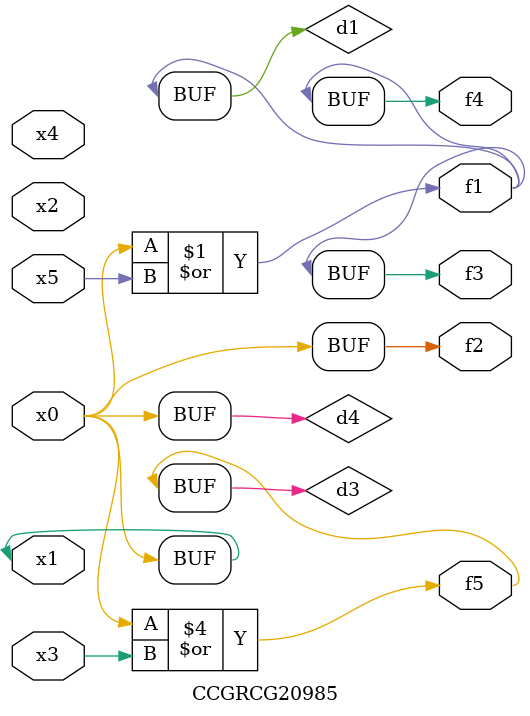
<source format=v>
module CCGRCG20985(
	input x0, x1, x2, x3, x4, x5,
	output f1, f2, f3, f4, f5
);

	wire d1, d2, d3, d4;

	or (d1, x0, x5);
	xnor (d2, x1, x4);
	or (d3, x0, x3);
	buf (d4, x0, x1);
	assign f1 = d1;
	assign f2 = d4;
	assign f3 = d1;
	assign f4 = d1;
	assign f5 = d3;
endmodule

</source>
